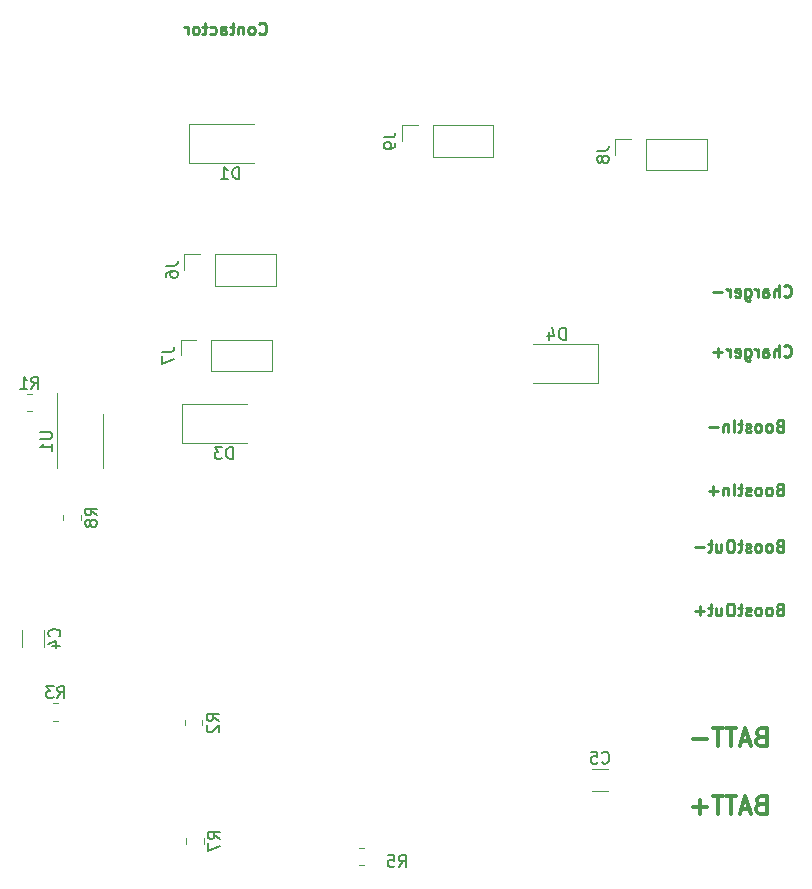
<source format=gbr>
G04 #@! TF.GenerationSoftware,KiCad,Pcbnew,7.0.9*
G04 #@! TF.CreationDate,2024-04-02T14:08:39+05:30*
G04 #@! TF.ProjectId,Chg_Dschg Controller,4368675f-4473-4636-9867-20436f6e7472,rev?*
G04 #@! TF.SameCoordinates,Original*
G04 #@! TF.FileFunction,Legend,Bot*
G04 #@! TF.FilePolarity,Positive*
%FSLAX45Y45*%
G04 Gerber Fmt 4.5, Leading zero omitted, Abs format (unit mm)*
G04 Created by KiCad (PCBNEW 7.0.9) date 2024-04-02 14:08:39*
%MOMM*%
%LPD*%
G01*
G04 APERTURE LIST*
%ADD10C,0.250000*%
%ADD11C,0.300000*%
%ADD12C,0.150000*%
%ADD13C,0.120000*%
G04 APERTURE END LIST*
D10*
X11078600Y-4929938D02*
X11083362Y-4934700D01*
X11083362Y-4934700D02*
X11097648Y-4939462D01*
X11097648Y-4939462D02*
X11107172Y-4939462D01*
X11107172Y-4939462D02*
X11121457Y-4934700D01*
X11121457Y-4934700D02*
X11130981Y-4925176D01*
X11130981Y-4925176D02*
X11135743Y-4915652D01*
X11135743Y-4915652D02*
X11140505Y-4896605D01*
X11140505Y-4896605D02*
X11140505Y-4882319D01*
X11140505Y-4882319D02*
X11135743Y-4863271D01*
X11135743Y-4863271D02*
X11130981Y-4853748D01*
X11130981Y-4853748D02*
X11121457Y-4844224D01*
X11121457Y-4844224D02*
X11107172Y-4839462D01*
X11107172Y-4839462D02*
X11097648Y-4839462D01*
X11097648Y-4839462D02*
X11083362Y-4844224D01*
X11083362Y-4844224D02*
X11078600Y-4848986D01*
X11035743Y-4939462D02*
X11035743Y-4839462D01*
X10992886Y-4939462D02*
X10992886Y-4887081D01*
X10992886Y-4887081D02*
X10997648Y-4877557D01*
X10997648Y-4877557D02*
X11007172Y-4872795D01*
X11007172Y-4872795D02*
X11021457Y-4872795D01*
X11021457Y-4872795D02*
X11030981Y-4877557D01*
X11030981Y-4877557D02*
X11035743Y-4882319D01*
X10902410Y-4939462D02*
X10902410Y-4887081D01*
X10902410Y-4887081D02*
X10907172Y-4877557D01*
X10907172Y-4877557D02*
X10916696Y-4872795D01*
X10916696Y-4872795D02*
X10935743Y-4872795D01*
X10935743Y-4872795D02*
X10945267Y-4877557D01*
X10902410Y-4934700D02*
X10911934Y-4939462D01*
X10911934Y-4939462D02*
X10935743Y-4939462D01*
X10935743Y-4939462D02*
X10945267Y-4934700D01*
X10945267Y-4934700D02*
X10950029Y-4925176D01*
X10950029Y-4925176D02*
X10950029Y-4915652D01*
X10950029Y-4915652D02*
X10945267Y-4906129D01*
X10945267Y-4906129D02*
X10935743Y-4901367D01*
X10935743Y-4901367D02*
X10911934Y-4901367D01*
X10911934Y-4901367D02*
X10902410Y-4896605D01*
X10854791Y-4939462D02*
X10854791Y-4872795D01*
X10854791Y-4891843D02*
X10850029Y-4882319D01*
X10850029Y-4882319D02*
X10845267Y-4877557D01*
X10845267Y-4877557D02*
X10835743Y-4872795D01*
X10835743Y-4872795D02*
X10826219Y-4872795D01*
X10750029Y-4872795D02*
X10750029Y-4953748D01*
X10750029Y-4953748D02*
X10754791Y-4963271D01*
X10754791Y-4963271D02*
X10759553Y-4968033D01*
X10759553Y-4968033D02*
X10769076Y-4972795D01*
X10769076Y-4972795D02*
X10783362Y-4972795D01*
X10783362Y-4972795D02*
X10792886Y-4968033D01*
X10750029Y-4934700D02*
X10759553Y-4939462D01*
X10759553Y-4939462D02*
X10778600Y-4939462D01*
X10778600Y-4939462D02*
X10788124Y-4934700D01*
X10788124Y-4934700D02*
X10792886Y-4929938D01*
X10792886Y-4929938D02*
X10797648Y-4920414D01*
X10797648Y-4920414D02*
X10797648Y-4891843D01*
X10797648Y-4891843D02*
X10792886Y-4882319D01*
X10792886Y-4882319D02*
X10788124Y-4877557D01*
X10788124Y-4877557D02*
X10778600Y-4872795D01*
X10778600Y-4872795D02*
X10759553Y-4872795D01*
X10759553Y-4872795D02*
X10750029Y-4877557D01*
X10664315Y-4934700D02*
X10673838Y-4939462D01*
X10673838Y-4939462D02*
X10692886Y-4939462D01*
X10692886Y-4939462D02*
X10702410Y-4934700D01*
X10702410Y-4934700D02*
X10707172Y-4925176D01*
X10707172Y-4925176D02*
X10707172Y-4887081D01*
X10707172Y-4887081D02*
X10702410Y-4877557D01*
X10702410Y-4877557D02*
X10692886Y-4872795D01*
X10692886Y-4872795D02*
X10673838Y-4872795D01*
X10673838Y-4872795D02*
X10664315Y-4877557D01*
X10664315Y-4877557D02*
X10659553Y-4887081D01*
X10659553Y-4887081D02*
X10659553Y-4896605D01*
X10659553Y-4896605D02*
X10707172Y-4906129D01*
X10616695Y-4939462D02*
X10616695Y-4872795D01*
X10616695Y-4891843D02*
X10611934Y-4882319D01*
X10611934Y-4882319D02*
X10607172Y-4877557D01*
X10607172Y-4877557D02*
X10597648Y-4872795D01*
X10597648Y-4872795D02*
X10588124Y-4872795D01*
X10554791Y-4901367D02*
X10478600Y-4901367D01*
X11078600Y-5437938D02*
X11083362Y-5442700D01*
X11083362Y-5442700D02*
X11097648Y-5447462D01*
X11097648Y-5447462D02*
X11107172Y-5447462D01*
X11107172Y-5447462D02*
X11121457Y-5442700D01*
X11121457Y-5442700D02*
X11130981Y-5433176D01*
X11130981Y-5433176D02*
X11135743Y-5423652D01*
X11135743Y-5423652D02*
X11140505Y-5404605D01*
X11140505Y-5404605D02*
X11140505Y-5390319D01*
X11140505Y-5390319D02*
X11135743Y-5371271D01*
X11135743Y-5371271D02*
X11130981Y-5361748D01*
X11130981Y-5361748D02*
X11121457Y-5352224D01*
X11121457Y-5352224D02*
X11107172Y-5347462D01*
X11107172Y-5347462D02*
X11097648Y-5347462D01*
X11097648Y-5347462D02*
X11083362Y-5352224D01*
X11083362Y-5352224D02*
X11078600Y-5356986D01*
X11035743Y-5447462D02*
X11035743Y-5347462D01*
X10992886Y-5447462D02*
X10992886Y-5395081D01*
X10992886Y-5395081D02*
X10997648Y-5385557D01*
X10997648Y-5385557D02*
X11007172Y-5380795D01*
X11007172Y-5380795D02*
X11021457Y-5380795D01*
X11021457Y-5380795D02*
X11030981Y-5385557D01*
X11030981Y-5385557D02*
X11035743Y-5390319D01*
X10902410Y-5447462D02*
X10902410Y-5395081D01*
X10902410Y-5395081D02*
X10907172Y-5385557D01*
X10907172Y-5385557D02*
X10916696Y-5380795D01*
X10916696Y-5380795D02*
X10935743Y-5380795D01*
X10935743Y-5380795D02*
X10945267Y-5385557D01*
X10902410Y-5442700D02*
X10911934Y-5447462D01*
X10911934Y-5447462D02*
X10935743Y-5447462D01*
X10935743Y-5447462D02*
X10945267Y-5442700D01*
X10945267Y-5442700D02*
X10950029Y-5433176D01*
X10950029Y-5433176D02*
X10950029Y-5423652D01*
X10950029Y-5423652D02*
X10945267Y-5414129D01*
X10945267Y-5414129D02*
X10935743Y-5409367D01*
X10935743Y-5409367D02*
X10911934Y-5409367D01*
X10911934Y-5409367D02*
X10902410Y-5404605D01*
X10854791Y-5447462D02*
X10854791Y-5380795D01*
X10854791Y-5399843D02*
X10850029Y-5390319D01*
X10850029Y-5390319D02*
X10845267Y-5385557D01*
X10845267Y-5385557D02*
X10835743Y-5380795D01*
X10835743Y-5380795D02*
X10826219Y-5380795D01*
X10750029Y-5380795D02*
X10750029Y-5461748D01*
X10750029Y-5461748D02*
X10754791Y-5471271D01*
X10754791Y-5471271D02*
X10759553Y-5476033D01*
X10759553Y-5476033D02*
X10769076Y-5480795D01*
X10769076Y-5480795D02*
X10783362Y-5480795D01*
X10783362Y-5480795D02*
X10792886Y-5476033D01*
X10750029Y-5442700D02*
X10759553Y-5447462D01*
X10759553Y-5447462D02*
X10778600Y-5447462D01*
X10778600Y-5447462D02*
X10788124Y-5442700D01*
X10788124Y-5442700D02*
X10792886Y-5437938D01*
X10792886Y-5437938D02*
X10797648Y-5428414D01*
X10797648Y-5428414D02*
X10797648Y-5399843D01*
X10797648Y-5399843D02*
X10792886Y-5390319D01*
X10792886Y-5390319D02*
X10788124Y-5385557D01*
X10788124Y-5385557D02*
X10778600Y-5380795D01*
X10778600Y-5380795D02*
X10759553Y-5380795D01*
X10759553Y-5380795D02*
X10750029Y-5385557D01*
X10664315Y-5442700D02*
X10673838Y-5447462D01*
X10673838Y-5447462D02*
X10692886Y-5447462D01*
X10692886Y-5447462D02*
X10702410Y-5442700D01*
X10702410Y-5442700D02*
X10707172Y-5433176D01*
X10707172Y-5433176D02*
X10707172Y-5395081D01*
X10707172Y-5395081D02*
X10702410Y-5385557D01*
X10702410Y-5385557D02*
X10692886Y-5380795D01*
X10692886Y-5380795D02*
X10673838Y-5380795D01*
X10673838Y-5380795D02*
X10664315Y-5385557D01*
X10664315Y-5385557D02*
X10659553Y-5395081D01*
X10659553Y-5395081D02*
X10659553Y-5404605D01*
X10659553Y-5404605D02*
X10707172Y-5414129D01*
X10616695Y-5447462D02*
X10616695Y-5380795D01*
X10616695Y-5399843D02*
X10611934Y-5390319D01*
X10611934Y-5390319D02*
X10607172Y-5385557D01*
X10607172Y-5385557D02*
X10597648Y-5380795D01*
X10597648Y-5380795D02*
X10588124Y-5380795D01*
X10554791Y-5409367D02*
X10478600Y-5409367D01*
X10516695Y-5447462D02*
X10516695Y-5371271D01*
X6633600Y-2707438D02*
X6638362Y-2712200D01*
X6638362Y-2712200D02*
X6652648Y-2716962D01*
X6652648Y-2716962D02*
X6662172Y-2716962D01*
X6662172Y-2716962D02*
X6676457Y-2712200D01*
X6676457Y-2712200D02*
X6685981Y-2702676D01*
X6685981Y-2702676D02*
X6690743Y-2693152D01*
X6690743Y-2693152D02*
X6695505Y-2674105D01*
X6695505Y-2674105D02*
X6695505Y-2659819D01*
X6695505Y-2659819D02*
X6690743Y-2640771D01*
X6690743Y-2640771D02*
X6685981Y-2631248D01*
X6685981Y-2631248D02*
X6676457Y-2621724D01*
X6676457Y-2621724D02*
X6662172Y-2616962D01*
X6662172Y-2616962D02*
X6652648Y-2616962D01*
X6652648Y-2616962D02*
X6638362Y-2621724D01*
X6638362Y-2621724D02*
X6633600Y-2626486D01*
X6576457Y-2716962D02*
X6585981Y-2712200D01*
X6585981Y-2712200D02*
X6590743Y-2707438D01*
X6590743Y-2707438D02*
X6595505Y-2697914D01*
X6595505Y-2697914D02*
X6595505Y-2669343D01*
X6595505Y-2669343D02*
X6590743Y-2659819D01*
X6590743Y-2659819D02*
X6585981Y-2655057D01*
X6585981Y-2655057D02*
X6576457Y-2650295D01*
X6576457Y-2650295D02*
X6562172Y-2650295D01*
X6562172Y-2650295D02*
X6552648Y-2655057D01*
X6552648Y-2655057D02*
X6547886Y-2659819D01*
X6547886Y-2659819D02*
X6543124Y-2669343D01*
X6543124Y-2669343D02*
X6543124Y-2697914D01*
X6543124Y-2697914D02*
X6547886Y-2707438D01*
X6547886Y-2707438D02*
X6552648Y-2712200D01*
X6552648Y-2712200D02*
X6562172Y-2716962D01*
X6562172Y-2716962D02*
X6576457Y-2716962D01*
X6500267Y-2650295D02*
X6500267Y-2716962D01*
X6500267Y-2659819D02*
X6495505Y-2655057D01*
X6495505Y-2655057D02*
X6485981Y-2650295D01*
X6485981Y-2650295D02*
X6471695Y-2650295D01*
X6471695Y-2650295D02*
X6462172Y-2655057D01*
X6462172Y-2655057D02*
X6457410Y-2664581D01*
X6457410Y-2664581D02*
X6457410Y-2716962D01*
X6424076Y-2650295D02*
X6385981Y-2650295D01*
X6409791Y-2616962D02*
X6409791Y-2702676D01*
X6409791Y-2702676D02*
X6405029Y-2712200D01*
X6405029Y-2712200D02*
X6395505Y-2716962D01*
X6395505Y-2716962D02*
X6385981Y-2716962D01*
X6309791Y-2716962D02*
X6309791Y-2664581D01*
X6309791Y-2664581D02*
X6314553Y-2655057D01*
X6314553Y-2655057D02*
X6324076Y-2650295D01*
X6324076Y-2650295D02*
X6343124Y-2650295D01*
X6343124Y-2650295D02*
X6352648Y-2655057D01*
X6309791Y-2712200D02*
X6319314Y-2716962D01*
X6319314Y-2716962D02*
X6343124Y-2716962D01*
X6343124Y-2716962D02*
X6352648Y-2712200D01*
X6352648Y-2712200D02*
X6357410Y-2702676D01*
X6357410Y-2702676D02*
X6357410Y-2693152D01*
X6357410Y-2693152D02*
X6352648Y-2683629D01*
X6352648Y-2683629D02*
X6343124Y-2678867D01*
X6343124Y-2678867D02*
X6319314Y-2678867D01*
X6319314Y-2678867D02*
X6309791Y-2674105D01*
X6219314Y-2712200D02*
X6228838Y-2716962D01*
X6228838Y-2716962D02*
X6247886Y-2716962D01*
X6247886Y-2716962D02*
X6257410Y-2712200D01*
X6257410Y-2712200D02*
X6262172Y-2707438D01*
X6262172Y-2707438D02*
X6266933Y-2697914D01*
X6266933Y-2697914D02*
X6266933Y-2669343D01*
X6266933Y-2669343D02*
X6262172Y-2659819D01*
X6262172Y-2659819D02*
X6257410Y-2655057D01*
X6257410Y-2655057D02*
X6247886Y-2650295D01*
X6247886Y-2650295D02*
X6228838Y-2650295D01*
X6228838Y-2650295D02*
X6219314Y-2655057D01*
X6190743Y-2650295D02*
X6152648Y-2650295D01*
X6176457Y-2616962D02*
X6176457Y-2702676D01*
X6176457Y-2702676D02*
X6171695Y-2712200D01*
X6171695Y-2712200D02*
X6162172Y-2716962D01*
X6162172Y-2716962D02*
X6152648Y-2716962D01*
X6105029Y-2716962D02*
X6114552Y-2712200D01*
X6114552Y-2712200D02*
X6119314Y-2707438D01*
X6119314Y-2707438D02*
X6124076Y-2697914D01*
X6124076Y-2697914D02*
X6124076Y-2669343D01*
X6124076Y-2669343D02*
X6119314Y-2659819D01*
X6119314Y-2659819D02*
X6114552Y-2655057D01*
X6114552Y-2655057D02*
X6105029Y-2650295D01*
X6105029Y-2650295D02*
X6090743Y-2650295D01*
X6090743Y-2650295D02*
X6081219Y-2655057D01*
X6081219Y-2655057D02*
X6076457Y-2659819D01*
X6076457Y-2659819D02*
X6071695Y-2669343D01*
X6071695Y-2669343D02*
X6071695Y-2697914D01*
X6071695Y-2697914D02*
X6076457Y-2707438D01*
X6076457Y-2707438D02*
X6081219Y-2712200D01*
X6081219Y-2712200D02*
X6090743Y-2716962D01*
X6090743Y-2716962D02*
X6105029Y-2716962D01*
X6028838Y-2716962D02*
X6028838Y-2650295D01*
X6028838Y-2669343D02*
X6024076Y-2659819D01*
X6024076Y-2659819D02*
X6019314Y-2655057D01*
X6019314Y-2655057D02*
X6009791Y-2650295D01*
X6009791Y-2650295D02*
X6000267Y-2650295D01*
D11*
X10880049Y-8664511D02*
X10858620Y-8671654D01*
X10858620Y-8671654D02*
X10851477Y-8678797D01*
X10851477Y-8678797D02*
X10844335Y-8693083D01*
X10844335Y-8693083D02*
X10844335Y-8714511D01*
X10844335Y-8714511D02*
X10851477Y-8728797D01*
X10851477Y-8728797D02*
X10858620Y-8735940D01*
X10858620Y-8735940D02*
X10872906Y-8743083D01*
X10872906Y-8743083D02*
X10930049Y-8743083D01*
X10930049Y-8743083D02*
X10930049Y-8593083D01*
X10930049Y-8593083D02*
X10880049Y-8593083D01*
X10880049Y-8593083D02*
X10865763Y-8600226D01*
X10865763Y-8600226D02*
X10858620Y-8607369D01*
X10858620Y-8607369D02*
X10851477Y-8621654D01*
X10851477Y-8621654D02*
X10851477Y-8635940D01*
X10851477Y-8635940D02*
X10858620Y-8650226D01*
X10858620Y-8650226D02*
X10865763Y-8657369D01*
X10865763Y-8657369D02*
X10880049Y-8664511D01*
X10880049Y-8664511D02*
X10930049Y-8664511D01*
X10787192Y-8700226D02*
X10715763Y-8700226D01*
X10801477Y-8743083D02*
X10751477Y-8593083D01*
X10751477Y-8593083D02*
X10701477Y-8743083D01*
X10672906Y-8593083D02*
X10587192Y-8593083D01*
X10630049Y-8743083D02*
X10630049Y-8593083D01*
X10558620Y-8593083D02*
X10472906Y-8593083D01*
X10515763Y-8743083D02*
X10515763Y-8593083D01*
X10422906Y-8685940D02*
X10308620Y-8685940D01*
X10880049Y-9236011D02*
X10858620Y-9243154D01*
X10858620Y-9243154D02*
X10851477Y-9250297D01*
X10851477Y-9250297D02*
X10844335Y-9264583D01*
X10844335Y-9264583D02*
X10844335Y-9286011D01*
X10844335Y-9286011D02*
X10851477Y-9300297D01*
X10851477Y-9300297D02*
X10858620Y-9307440D01*
X10858620Y-9307440D02*
X10872906Y-9314583D01*
X10872906Y-9314583D02*
X10930049Y-9314583D01*
X10930049Y-9314583D02*
X10930049Y-9164583D01*
X10930049Y-9164583D02*
X10880049Y-9164583D01*
X10880049Y-9164583D02*
X10865763Y-9171726D01*
X10865763Y-9171726D02*
X10858620Y-9178869D01*
X10858620Y-9178869D02*
X10851477Y-9193154D01*
X10851477Y-9193154D02*
X10851477Y-9207440D01*
X10851477Y-9207440D02*
X10858620Y-9221726D01*
X10858620Y-9221726D02*
X10865763Y-9228869D01*
X10865763Y-9228869D02*
X10880049Y-9236011D01*
X10880049Y-9236011D02*
X10930049Y-9236011D01*
X10787192Y-9271726D02*
X10715763Y-9271726D01*
X10801477Y-9314583D02*
X10751477Y-9164583D01*
X10751477Y-9164583D02*
X10701477Y-9314583D01*
X10672906Y-9164583D02*
X10587192Y-9164583D01*
X10630049Y-9314583D02*
X10630049Y-9164583D01*
X10558620Y-9164583D02*
X10472906Y-9164583D01*
X10515763Y-9314583D02*
X10515763Y-9164583D01*
X10422906Y-9257440D02*
X10308620Y-9257440D01*
X10365763Y-9314583D02*
X10365763Y-9200297D01*
D10*
X11038910Y-6567581D02*
X11024624Y-6572343D01*
X11024624Y-6572343D02*
X11019862Y-6577105D01*
X11019862Y-6577105D02*
X11015100Y-6586628D01*
X11015100Y-6586628D02*
X11015100Y-6600914D01*
X11015100Y-6600914D02*
X11019862Y-6610438D01*
X11019862Y-6610438D02*
X11024624Y-6615200D01*
X11024624Y-6615200D02*
X11034148Y-6619962D01*
X11034148Y-6619962D02*
X11072243Y-6619962D01*
X11072243Y-6619962D02*
X11072243Y-6519962D01*
X11072243Y-6519962D02*
X11038910Y-6519962D01*
X11038910Y-6519962D02*
X11029386Y-6524724D01*
X11029386Y-6524724D02*
X11024624Y-6529486D01*
X11024624Y-6529486D02*
X11019862Y-6539009D01*
X11019862Y-6539009D02*
X11019862Y-6548533D01*
X11019862Y-6548533D02*
X11024624Y-6558057D01*
X11024624Y-6558057D02*
X11029386Y-6562819D01*
X11029386Y-6562819D02*
X11038910Y-6567581D01*
X11038910Y-6567581D02*
X11072243Y-6567581D01*
X10957957Y-6619962D02*
X10967481Y-6615200D01*
X10967481Y-6615200D02*
X10972243Y-6610438D01*
X10972243Y-6610438D02*
X10977005Y-6600914D01*
X10977005Y-6600914D02*
X10977005Y-6572343D01*
X10977005Y-6572343D02*
X10972243Y-6562819D01*
X10972243Y-6562819D02*
X10967481Y-6558057D01*
X10967481Y-6558057D02*
X10957957Y-6553295D01*
X10957957Y-6553295D02*
X10943672Y-6553295D01*
X10943672Y-6553295D02*
X10934148Y-6558057D01*
X10934148Y-6558057D02*
X10929386Y-6562819D01*
X10929386Y-6562819D02*
X10924624Y-6572343D01*
X10924624Y-6572343D02*
X10924624Y-6600914D01*
X10924624Y-6600914D02*
X10929386Y-6610438D01*
X10929386Y-6610438D02*
X10934148Y-6615200D01*
X10934148Y-6615200D02*
X10943672Y-6619962D01*
X10943672Y-6619962D02*
X10957957Y-6619962D01*
X10867481Y-6619962D02*
X10877005Y-6615200D01*
X10877005Y-6615200D02*
X10881767Y-6610438D01*
X10881767Y-6610438D02*
X10886529Y-6600914D01*
X10886529Y-6600914D02*
X10886529Y-6572343D01*
X10886529Y-6572343D02*
X10881767Y-6562819D01*
X10881767Y-6562819D02*
X10877005Y-6558057D01*
X10877005Y-6558057D02*
X10867481Y-6553295D01*
X10867481Y-6553295D02*
X10853196Y-6553295D01*
X10853196Y-6553295D02*
X10843672Y-6558057D01*
X10843672Y-6558057D02*
X10838910Y-6562819D01*
X10838910Y-6562819D02*
X10834148Y-6572343D01*
X10834148Y-6572343D02*
X10834148Y-6600914D01*
X10834148Y-6600914D02*
X10838910Y-6610438D01*
X10838910Y-6610438D02*
X10843672Y-6615200D01*
X10843672Y-6615200D02*
X10853196Y-6619962D01*
X10853196Y-6619962D02*
X10867481Y-6619962D01*
X10796053Y-6615200D02*
X10786529Y-6619962D01*
X10786529Y-6619962D02*
X10767481Y-6619962D01*
X10767481Y-6619962D02*
X10757957Y-6615200D01*
X10757957Y-6615200D02*
X10753196Y-6605676D01*
X10753196Y-6605676D02*
X10753196Y-6600914D01*
X10753196Y-6600914D02*
X10757957Y-6591390D01*
X10757957Y-6591390D02*
X10767481Y-6586628D01*
X10767481Y-6586628D02*
X10781767Y-6586628D01*
X10781767Y-6586628D02*
X10791291Y-6581867D01*
X10791291Y-6581867D02*
X10796053Y-6572343D01*
X10796053Y-6572343D02*
X10796053Y-6567581D01*
X10796053Y-6567581D02*
X10791291Y-6558057D01*
X10791291Y-6558057D02*
X10781767Y-6553295D01*
X10781767Y-6553295D02*
X10767481Y-6553295D01*
X10767481Y-6553295D02*
X10757957Y-6558057D01*
X10724624Y-6553295D02*
X10686529Y-6553295D01*
X10710338Y-6519962D02*
X10710338Y-6605676D01*
X10710338Y-6605676D02*
X10705576Y-6615200D01*
X10705576Y-6615200D02*
X10696053Y-6619962D01*
X10696053Y-6619962D02*
X10686529Y-6619962D01*
X10653195Y-6619962D02*
X10653195Y-6519962D01*
X10605576Y-6553295D02*
X10605576Y-6619962D01*
X10605576Y-6562819D02*
X10600815Y-6558057D01*
X10600815Y-6558057D02*
X10591291Y-6553295D01*
X10591291Y-6553295D02*
X10577005Y-6553295D01*
X10577005Y-6553295D02*
X10567481Y-6558057D01*
X10567481Y-6558057D02*
X10562719Y-6567581D01*
X10562719Y-6567581D02*
X10562719Y-6619962D01*
X10515100Y-6581867D02*
X10438910Y-6581867D01*
X10477005Y-6619962D02*
X10477005Y-6543771D01*
X11038910Y-7046081D02*
X11024624Y-7050843D01*
X11024624Y-7050843D02*
X11019862Y-7055605D01*
X11019862Y-7055605D02*
X11015100Y-7065128D01*
X11015100Y-7065128D02*
X11015100Y-7079414D01*
X11015100Y-7079414D02*
X11019862Y-7088938D01*
X11019862Y-7088938D02*
X11024624Y-7093700D01*
X11024624Y-7093700D02*
X11034148Y-7098462D01*
X11034148Y-7098462D02*
X11072243Y-7098462D01*
X11072243Y-7098462D02*
X11072243Y-6998462D01*
X11072243Y-6998462D02*
X11038910Y-6998462D01*
X11038910Y-6998462D02*
X11029386Y-7003224D01*
X11029386Y-7003224D02*
X11024624Y-7007986D01*
X11024624Y-7007986D02*
X11019862Y-7017509D01*
X11019862Y-7017509D02*
X11019862Y-7027033D01*
X11019862Y-7027033D02*
X11024624Y-7036557D01*
X11024624Y-7036557D02*
X11029386Y-7041319D01*
X11029386Y-7041319D02*
X11038910Y-7046081D01*
X11038910Y-7046081D02*
X11072243Y-7046081D01*
X10957957Y-7098462D02*
X10967481Y-7093700D01*
X10967481Y-7093700D02*
X10972243Y-7088938D01*
X10972243Y-7088938D02*
X10977005Y-7079414D01*
X10977005Y-7079414D02*
X10977005Y-7050843D01*
X10977005Y-7050843D02*
X10972243Y-7041319D01*
X10972243Y-7041319D02*
X10967481Y-7036557D01*
X10967481Y-7036557D02*
X10957957Y-7031795D01*
X10957957Y-7031795D02*
X10943672Y-7031795D01*
X10943672Y-7031795D02*
X10934148Y-7036557D01*
X10934148Y-7036557D02*
X10929386Y-7041319D01*
X10929386Y-7041319D02*
X10924624Y-7050843D01*
X10924624Y-7050843D02*
X10924624Y-7079414D01*
X10924624Y-7079414D02*
X10929386Y-7088938D01*
X10929386Y-7088938D02*
X10934148Y-7093700D01*
X10934148Y-7093700D02*
X10943672Y-7098462D01*
X10943672Y-7098462D02*
X10957957Y-7098462D01*
X10867481Y-7098462D02*
X10877005Y-7093700D01*
X10877005Y-7093700D02*
X10881767Y-7088938D01*
X10881767Y-7088938D02*
X10886529Y-7079414D01*
X10886529Y-7079414D02*
X10886529Y-7050843D01*
X10886529Y-7050843D02*
X10881767Y-7041319D01*
X10881767Y-7041319D02*
X10877005Y-7036557D01*
X10877005Y-7036557D02*
X10867481Y-7031795D01*
X10867481Y-7031795D02*
X10853196Y-7031795D01*
X10853196Y-7031795D02*
X10843672Y-7036557D01*
X10843672Y-7036557D02*
X10838910Y-7041319D01*
X10838910Y-7041319D02*
X10834148Y-7050843D01*
X10834148Y-7050843D02*
X10834148Y-7079414D01*
X10834148Y-7079414D02*
X10838910Y-7088938D01*
X10838910Y-7088938D02*
X10843672Y-7093700D01*
X10843672Y-7093700D02*
X10853196Y-7098462D01*
X10853196Y-7098462D02*
X10867481Y-7098462D01*
X10796053Y-7093700D02*
X10786529Y-7098462D01*
X10786529Y-7098462D02*
X10767481Y-7098462D01*
X10767481Y-7098462D02*
X10757957Y-7093700D01*
X10757957Y-7093700D02*
X10753196Y-7084176D01*
X10753196Y-7084176D02*
X10753196Y-7079414D01*
X10753196Y-7079414D02*
X10757957Y-7069890D01*
X10757957Y-7069890D02*
X10767481Y-7065128D01*
X10767481Y-7065128D02*
X10781767Y-7065128D01*
X10781767Y-7065128D02*
X10791291Y-7060367D01*
X10791291Y-7060367D02*
X10796053Y-7050843D01*
X10796053Y-7050843D02*
X10796053Y-7046081D01*
X10796053Y-7046081D02*
X10791291Y-7036557D01*
X10791291Y-7036557D02*
X10781767Y-7031795D01*
X10781767Y-7031795D02*
X10767481Y-7031795D01*
X10767481Y-7031795D02*
X10757957Y-7036557D01*
X10724624Y-7031795D02*
X10686529Y-7031795D01*
X10710338Y-6998462D02*
X10710338Y-7084176D01*
X10710338Y-7084176D02*
X10705576Y-7093700D01*
X10705576Y-7093700D02*
X10696053Y-7098462D01*
X10696053Y-7098462D02*
X10686529Y-7098462D01*
X10634148Y-6998462D02*
X10615100Y-6998462D01*
X10615100Y-6998462D02*
X10605576Y-7003224D01*
X10605576Y-7003224D02*
X10596053Y-7012748D01*
X10596053Y-7012748D02*
X10591291Y-7031795D01*
X10591291Y-7031795D02*
X10591291Y-7065128D01*
X10591291Y-7065128D02*
X10596053Y-7084176D01*
X10596053Y-7084176D02*
X10605576Y-7093700D01*
X10605576Y-7093700D02*
X10615100Y-7098462D01*
X10615100Y-7098462D02*
X10634148Y-7098462D01*
X10634148Y-7098462D02*
X10643672Y-7093700D01*
X10643672Y-7093700D02*
X10653195Y-7084176D01*
X10653195Y-7084176D02*
X10657957Y-7065128D01*
X10657957Y-7065128D02*
X10657957Y-7031795D01*
X10657957Y-7031795D02*
X10653195Y-7012748D01*
X10653195Y-7012748D02*
X10643672Y-7003224D01*
X10643672Y-7003224D02*
X10634148Y-6998462D01*
X10505576Y-7031795D02*
X10505576Y-7098462D01*
X10548434Y-7031795D02*
X10548434Y-7084176D01*
X10548434Y-7084176D02*
X10543672Y-7093700D01*
X10543672Y-7093700D02*
X10534148Y-7098462D01*
X10534148Y-7098462D02*
X10519862Y-7098462D01*
X10519862Y-7098462D02*
X10510338Y-7093700D01*
X10510338Y-7093700D02*
X10505576Y-7088938D01*
X10472243Y-7031795D02*
X10434148Y-7031795D01*
X10457957Y-6998462D02*
X10457957Y-7084176D01*
X10457957Y-7084176D02*
X10453195Y-7093700D01*
X10453195Y-7093700D02*
X10443672Y-7098462D01*
X10443672Y-7098462D02*
X10434148Y-7098462D01*
X10400814Y-7060367D02*
X10324624Y-7060367D01*
X11038910Y-6030081D02*
X11024624Y-6034843D01*
X11024624Y-6034843D02*
X11019862Y-6039605D01*
X11019862Y-6039605D02*
X11015100Y-6049128D01*
X11015100Y-6049128D02*
X11015100Y-6063414D01*
X11015100Y-6063414D02*
X11019862Y-6072938D01*
X11019862Y-6072938D02*
X11024624Y-6077700D01*
X11024624Y-6077700D02*
X11034148Y-6082462D01*
X11034148Y-6082462D02*
X11072243Y-6082462D01*
X11072243Y-6082462D02*
X11072243Y-5982462D01*
X11072243Y-5982462D02*
X11038910Y-5982462D01*
X11038910Y-5982462D02*
X11029386Y-5987224D01*
X11029386Y-5987224D02*
X11024624Y-5991986D01*
X11024624Y-5991986D02*
X11019862Y-6001509D01*
X11019862Y-6001509D02*
X11019862Y-6011033D01*
X11019862Y-6011033D02*
X11024624Y-6020557D01*
X11024624Y-6020557D02*
X11029386Y-6025319D01*
X11029386Y-6025319D02*
X11038910Y-6030081D01*
X11038910Y-6030081D02*
X11072243Y-6030081D01*
X10957957Y-6082462D02*
X10967481Y-6077700D01*
X10967481Y-6077700D02*
X10972243Y-6072938D01*
X10972243Y-6072938D02*
X10977005Y-6063414D01*
X10977005Y-6063414D02*
X10977005Y-6034843D01*
X10977005Y-6034843D02*
X10972243Y-6025319D01*
X10972243Y-6025319D02*
X10967481Y-6020557D01*
X10967481Y-6020557D02*
X10957957Y-6015795D01*
X10957957Y-6015795D02*
X10943672Y-6015795D01*
X10943672Y-6015795D02*
X10934148Y-6020557D01*
X10934148Y-6020557D02*
X10929386Y-6025319D01*
X10929386Y-6025319D02*
X10924624Y-6034843D01*
X10924624Y-6034843D02*
X10924624Y-6063414D01*
X10924624Y-6063414D02*
X10929386Y-6072938D01*
X10929386Y-6072938D02*
X10934148Y-6077700D01*
X10934148Y-6077700D02*
X10943672Y-6082462D01*
X10943672Y-6082462D02*
X10957957Y-6082462D01*
X10867481Y-6082462D02*
X10877005Y-6077700D01*
X10877005Y-6077700D02*
X10881767Y-6072938D01*
X10881767Y-6072938D02*
X10886529Y-6063414D01*
X10886529Y-6063414D02*
X10886529Y-6034843D01*
X10886529Y-6034843D02*
X10881767Y-6025319D01*
X10881767Y-6025319D02*
X10877005Y-6020557D01*
X10877005Y-6020557D02*
X10867481Y-6015795D01*
X10867481Y-6015795D02*
X10853196Y-6015795D01*
X10853196Y-6015795D02*
X10843672Y-6020557D01*
X10843672Y-6020557D02*
X10838910Y-6025319D01*
X10838910Y-6025319D02*
X10834148Y-6034843D01*
X10834148Y-6034843D02*
X10834148Y-6063414D01*
X10834148Y-6063414D02*
X10838910Y-6072938D01*
X10838910Y-6072938D02*
X10843672Y-6077700D01*
X10843672Y-6077700D02*
X10853196Y-6082462D01*
X10853196Y-6082462D02*
X10867481Y-6082462D01*
X10796053Y-6077700D02*
X10786529Y-6082462D01*
X10786529Y-6082462D02*
X10767481Y-6082462D01*
X10767481Y-6082462D02*
X10757957Y-6077700D01*
X10757957Y-6077700D02*
X10753196Y-6068176D01*
X10753196Y-6068176D02*
X10753196Y-6063414D01*
X10753196Y-6063414D02*
X10757957Y-6053890D01*
X10757957Y-6053890D02*
X10767481Y-6049128D01*
X10767481Y-6049128D02*
X10781767Y-6049128D01*
X10781767Y-6049128D02*
X10791291Y-6044367D01*
X10791291Y-6044367D02*
X10796053Y-6034843D01*
X10796053Y-6034843D02*
X10796053Y-6030081D01*
X10796053Y-6030081D02*
X10791291Y-6020557D01*
X10791291Y-6020557D02*
X10781767Y-6015795D01*
X10781767Y-6015795D02*
X10767481Y-6015795D01*
X10767481Y-6015795D02*
X10757957Y-6020557D01*
X10724624Y-6015795D02*
X10686529Y-6015795D01*
X10710338Y-5982462D02*
X10710338Y-6068176D01*
X10710338Y-6068176D02*
X10705576Y-6077700D01*
X10705576Y-6077700D02*
X10696053Y-6082462D01*
X10696053Y-6082462D02*
X10686529Y-6082462D01*
X10653195Y-6082462D02*
X10653195Y-5982462D01*
X10605576Y-6015795D02*
X10605576Y-6082462D01*
X10605576Y-6025319D02*
X10600815Y-6020557D01*
X10600815Y-6020557D02*
X10591291Y-6015795D01*
X10591291Y-6015795D02*
X10577005Y-6015795D01*
X10577005Y-6015795D02*
X10567481Y-6020557D01*
X10567481Y-6020557D02*
X10562719Y-6030081D01*
X10562719Y-6030081D02*
X10562719Y-6082462D01*
X10515100Y-6044367D02*
X10438910Y-6044367D01*
X11038910Y-7583581D02*
X11024624Y-7588343D01*
X11024624Y-7588343D02*
X11019862Y-7593105D01*
X11019862Y-7593105D02*
X11015100Y-7602628D01*
X11015100Y-7602628D02*
X11015100Y-7616914D01*
X11015100Y-7616914D02*
X11019862Y-7626438D01*
X11019862Y-7626438D02*
X11024624Y-7631200D01*
X11024624Y-7631200D02*
X11034148Y-7635962D01*
X11034148Y-7635962D02*
X11072243Y-7635962D01*
X11072243Y-7635962D02*
X11072243Y-7535962D01*
X11072243Y-7535962D02*
X11038910Y-7535962D01*
X11038910Y-7535962D02*
X11029386Y-7540724D01*
X11029386Y-7540724D02*
X11024624Y-7545486D01*
X11024624Y-7545486D02*
X11019862Y-7555009D01*
X11019862Y-7555009D02*
X11019862Y-7564533D01*
X11019862Y-7564533D02*
X11024624Y-7574057D01*
X11024624Y-7574057D02*
X11029386Y-7578819D01*
X11029386Y-7578819D02*
X11038910Y-7583581D01*
X11038910Y-7583581D02*
X11072243Y-7583581D01*
X10957957Y-7635962D02*
X10967481Y-7631200D01*
X10967481Y-7631200D02*
X10972243Y-7626438D01*
X10972243Y-7626438D02*
X10977005Y-7616914D01*
X10977005Y-7616914D02*
X10977005Y-7588343D01*
X10977005Y-7588343D02*
X10972243Y-7578819D01*
X10972243Y-7578819D02*
X10967481Y-7574057D01*
X10967481Y-7574057D02*
X10957957Y-7569295D01*
X10957957Y-7569295D02*
X10943672Y-7569295D01*
X10943672Y-7569295D02*
X10934148Y-7574057D01*
X10934148Y-7574057D02*
X10929386Y-7578819D01*
X10929386Y-7578819D02*
X10924624Y-7588343D01*
X10924624Y-7588343D02*
X10924624Y-7616914D01*
X10924624Y-7616914D02*
X10929386Y-7626438D01*
X10929386Y-7626438D02*
X10934148Y-7631200D01*
X10934148Y-7631200D02*
X10943672Y-7635962D01*
X10943672Y-7635962D02*
X10957957Y-7635962D01*
X10867481Y-7635962D02*
X10877005Y-7631200D01*
X10877005Y-7631200D02*
X10881767Y-7626438D01*
X10881767Y-7626438D02*
X10886529Y-7616914D01*
X10886529Y-7616914D02*
X10886529Y-7588343D01*
X10886529Y-7588343D02*
X10881767Y-7578819D01*
X10881767Y-7578819D02*
X10877005Y-7574057D01*
X10877005Y-7574057D02*
X10867481Y-7569295D01*
X10867481Y-7569295D02*
X10853196Y-7569295D01*
X10853196Y-7569295D02*
X10843672Y-7574057D01*
X10843672Y-7574057D02*
X10838910Y-7578819D01*
X10838910Y-7578819D02*
X10834148Y-7588343D01*
X10834148Y-7588343D02*
X10834148Y-7616914D01*
X10834148Y-7616914D02*
X10838910Y-7626438D01*
X10838910Y-7626438D02*
X10843672Y-7631200D01*
X10843672Y-7631200D02*
X10853196Y-7635962D01*
X10853196Y-7635962D02*
X10867481Y-7635962D01*
X10796053Y-7631200D02*
X10786529Y-7635962D01*
X10786529Y-7635962D02*
X10767481Y-7635962D01*
X10767481Y-7635962D02*
X10757957Y-7631200D01*
X10757957Y-7631200D02*
X10753196Y-7621676D01*
X10753196Y-7621676D02*
X10753196Y-7616914D01*
X10753196Y-7616914D02*
X10757957Y-7607390D01*
X10757957Y-7607390D02*
X10767481Y-7602628D01*
X10767481Y-7602628D02*
X10781767Y-7602628D01*
X10781767Y-7602628D02*
X10791291Y-7597867D01*
X10791291Y-7597867D02*
X10796053Y-7588343D01*
X10796053Y-7588343D02*
X10796053Y-7583581D01*
X10796053Y-7583581D02*
X10791291Y-7574057D01*
X10791291Y-7574057D02*
X10781767Y-7569295D01*
X10781767Y-7569295D02*
X10767481Y-7569295D01*
X10767481Y-7569295D02*
X10757957Y-7574057D01*
X10724624Y-7569295D02*
X10686529Y-7569295D01*
X10710338Y-7535962D02*
X10710338Y-7621676D01*
X10710338Y-7621676D02*
X10705576Y-7631200D01*
X10705576Y-7631200D02*
X10696053Y-7635962D01*
X10696053Y-7635962D02*
X10686529Y-7635962D01*
X10634148Y-7535962D02*
X10615100Y-7535962D01*
X10615100Y-7535962D02*
X10605576Y-7540724D01*
X10605576Y-7540724D02*
X10596053Y-7550248D01*
X10596053Y-7550248D02*
X10591291Y-7569295D01*
X10591291Y-7569295D02*
X10591291Y-7602628D01*
X10591291Y-7602628D02*
X10596053Y-7621676D01*
X10596053Y-7621676D02*
X10605576Y-7631200D01*
X10605576Y-7631200D02*
X10615100Y-7635962D01*
X10615100Y-7635962D02*
X10634148Y-7635962D01*
X10634148Y-7635962D02*
X10643672Y-7631200D01*
X10643672Y-7631200D02*
X10653195Y-7621676D01*
X10653195Y-7621676D02*
X10657957Y-7602628D01*
X10657957Y-7602628D02*
X10657957Y-7569295D01*
X10657957Y-7569295D02*
X10653195Y-7550248D01*
X10653195Y-7550248D02*
X10643672Y-7540724D01*
X10643672Y-7540724D02*
X10634148Y-7535962D01*
X10505576Y-7569295D02*
X10505576Y-7635962D01*
X10548434Y-7569295D02*
X10548434Y-7621676D01*
X10548434Y-7621676D02*
X10543672Y-7631200D01*
X10543672Y-7631200D02*
X10534148Y-7635962D01*
X10534148Y-7635962D02*
X10519862Y-7635962D01*
X10519862Y-7635962D02*
X10510338Y-7631200D01*
X10510338Y-7631200D02*
X10505576Y-7626438D01*
X10472243Y-7569295D02*
X10434148Y-7569295D01*
X10457957Y-7535962D02*
X10457957Y-7621676D01*
X10457957Y-7621676D02*
X10453195Y-7631200D01*
X10453195Y-7631200D02*
X10443672Y-7635962D01*
X10443672Y-7635962D02*
X10434148Y-7635962D01*
X10400814Y-7597867D02*
X10324624Y-7597867D01*
X10362719Y-7635962D02*
X10362719Y-7559771D01*
D12*
X6300482Y-9528333D02*
X6252863Y-9495000D01*
X6300482Y-9471191D02*
X6200482Y-9471191D01*
X6200482Y-9471191D02*
X6200482Y-9509286D01*
X6200482Y-9509286D02*
X6205244Y-9518810D01*
X6205244Y-9518810D02*
X6210006Y-9523571D01*
X6210006Y-9523571D02*
X6219529Y-9528333D01*
X6219529Y-9528333D02*
X6233815Y-9528333D01*
X6233815Y-9528333D02*
X6243339Y-9523571D01*
X6243339Y-9523571D02*
X6248101Y-9518810D01*
X6248101Y-9518810D02*
X6252863Y-9509286D01*
X6252863Y-9509286D02*
X6252863Y-9471191D01*
X6200482Y-9561667D02*
X6200482Y-9628333D01*
X6200482Y-9628333D02*
X6300482Y-9585476D01*
X4940958Y-7813333D02*
X4945720Y-7808571D01*
X4945720Y-7808571D02*
X4950482Y-7794286D01*
X4950482Y-7794286D02*
X4950482Y-7784762D01*
X4950482Y-7784762D02*
X4945720Y-7770476D01*
X4945720Y-7770476D02*
X4936196Y-7760952D01*
X4936196Y-7760952D02*
X4926672Y-7756190D01*
X4926672Y-7756190D02*
X4907625Y-7751429D01*
X4907625Y-7751429D02*
X4893339Y-7751429D01*
X4893339Y-7751429D02*
X4874291Y-7756190D01*
X4874291Y-7756190D02*
X4864768Y-7760952D01*
X4864768Y-7760952D02*
X4855244Y-7770476D01*
X4855244Y-7770476D02*
X4850482Y-7784762D01*
X4850482Y-7784762D02*
X4850482Y-7794286D01*
X4850482Y-7794286D02*
X4855244Y-7808571D01*
X4855244Y-7808571D02*
X4860006Y-7813333D01*
X4883815Y-7899048D02*
X4950482Y-7899048D01*
X4845720Y-7875238D02*
X4917149Y-7851429D01*
X4917149Y-7851429D02*
X4917149Y-7913333D01*
X7816667Y-9765482D02*
X7850000Y-9717863D01*
X7873809Y-9765482D02*
X7873809Y-9665482D01*
X7873809Y-9665482D02*
X7835714Y-9665482D01*
X7835714Y-9665482D02*
X7826190Y-9670244D01*
X7826190Y-9670244D02*
X7821428Y-9675006D01*
X7821428Y-9675006D02*
X7816667Y-9684530D01*
X7816667Y-9684530D02*
X7816667Y-9698815D01*
X7816667Y-9698815D02*
X7821428Y-9708339D01*
X7821428Y-9708339D02*
X7826190Y-9713101D01*
X7826190Y-9713101D02*
X7835714Y-9717863D01*
X7835714Y-9717863D02*
X7873809Y-9717863D01*
X7726190Y-9665482D02*
X7773809Y-9665482D01*
X7773809Y-9665482D02*
X7778571Y-9713101D01*
X7778571Y-9713101D02*
X7773809Y-9708339D01*
X7773809Y-9708339D02*
X7764286Y-9703577D01*
X7764286Y-9703577D02*
X7740476Y-9703577D01*
X7740476Y-9703577D02*
X7730952Y-9708339D01*
X7730952Y-9708339D02*
X7726190Y-9713101D01*
X7726190Y-9713101D02*
X7721428Y-9722625D01*
X7721428Y-9722625D02*
X7721428Y-9746434D01*
X7721428Y-9746434D02*
X7726190Y-9755958D01*
X7726190Y-9755958D02*
X7730952Y-9760720D01*
X7730952Y-9760720D02*
X7740476Y-9765482D01*
X7740476Y-9765482D02*
X7764286Y-9765482D01*
X7764286Y-9765482D02*
X7773809Y-9760720D01*
X7773809Y-9760720D02*
X7778571Y-9755958D01*
X5260482Y-6788333D02*
X5212863Y-6755000D01*
X5260482Y-6731190D02*
X5160482Y-6731190D01*
X5160482Y-6731190D02*
X5160482Y-6769286D01*
X5160482Y-6769286D02*
X5165244Y-6778809D01*
X5165244Y-6778809D02*
X5170006Y-6783571D01*
X5170006Y-6783571D02*
X5179530Y-6788333D01*
X5179530Y-6788333D02*
X5193815Y-6788333D01*
X5193815Y-6788333D02*
X5203339Y-6783571D01*
X5203339Y-6783571D02*
X5208101Y-6778809D01*
X5208101Y-6778809D02*
X5212863Y-6769286D01*
X5212863Y-6769286D02*
X5212863Y-6731190D01*
X5203339Y-6845476D02*
X5198577Y-6835952D01*
X5198577Y-6835952D02*
X5193815Y-6831190D01*
X5193815Y-6831190D02*
X5184291Y-6826429D01*
X5184291Y-6826429D02*
X5179530Y-6826429D01*
X5179530Y-6826429D02*
X5170006Y-6831190D01*
X5170006Y-6831190D02*
X5165244Y-6835952D01*
X5165244Y-6835952D02*
X5160482Y-6845476D01*
X5160482Y-6845476D02*
X5160482Y-6864524D01*
X5160482Y-6864524D02*
X5165244Y-6874048D01*
X5165244Y-6874048D02*
X5170006Y-6878809D01*
X5170006Y-6878809D02*
X5179530Y-6883571D01*
X5179530Y-6883571D02*
X5184291Y-6883571D01*
X5184291Y-6883571D02*
X5193815Y-6878809D01*
X5193815Y-6878809D02*
X5198577Y-6874048D01*
X5198577Y-6874048D02*
X5203339Y-6864524D01*
X5203339Y-6864524D02*
X5203339Y-6845476D01*
X5203339Y-6845476D02*
X5208101Y-6835952D01*
X5208101Y-6835952D02*
X5212863Y-6831190D01*
X5212863Y-6831190D02*
X5222387Y-6826429D01*
X5222387Y-6826429D02*
X5241434Y-6826429D01*
X5241434Y-6826429D02*
X5250958Y-6831190D01*
X5250958Y-6831190D02*
X5255720Y-6835952D01*
X5255720Y-6835952D02*
X5260482Y-6845476D01*
X5260482Y-6845476D02*
X5260482Y-6864524D01*
X5260482Y-6864524D02*
X5255720Y-6874048D01*
X5255720Y-6874048D02*
X5250958Y-6878809D01*
X5250958Y-6878809D02*
X5241434Y-6883571D01*
X5241434Y-6883571D02*
X5222387Y-6883571D01*
X5222387Y-6883571D02*
X5212863Y-6878809D01*
X5212863Y-6878809D02*
X5208101Y-6874048D01*
X5208101Y-6874048D02*
X5203339Y-6864524D01*
X5844982Y-4676667D02*
X5916410Y-4676667D01*
X5916410Y-4676667D02*
X5930696Y-4671905D01*
X5930696Y-4671905D02*
X5940220Y-4662381D01*
X5940220Y-4662381D02*
X5944982Y-4648095D01*
X5944982Y-4648095D02*
X5944982Y-4638571D01*
X5844982Y-4767143D02*
X5844982Y-4748095D01*
X5844982Y-4748095D02*
X5849744Y-4738571D01*
X5849744Y-4738571D02*
X5854506Y-4733810D01*
X5854506Y-4733810D02*
X5868791Y-4724286D01*
X5868791Y-4724286D02*
X5887839Y-4719524D01*
X5887839Y-4719524D02*
X5925934Y-4719524D01*
X5925934Y-4719524D02*
X5935458Y-4724286D01*
X5935458Y-4724286D02*
X5940220Y-4729048D01*
X5940220Y-4729048D02*
X5944982Y-4738571D01*
X5944982Y-4738571D02*
X5944982Y-4757619D01*
X5944982Y-4757619D02*
X5940220Y-4767143D01*
X5940220Y-4767143D02*
X5935458Y-4771905D01*
X5935458Y-4771905D02*
X5925934Y-4776667D01*
X5925934Y-4776667D02*
X5902125Y-4776667D01*
X5902125Y-4776667D02*
X5892601Y-4771905D01*
X5892601Y-4771905D02*
X5887839Y-4767143D01*
X5887839Y-4767143D02*
X5883077Y-4757619D01*
X5883077Y-4757619D02*
X5883077Y-4738571D01*
X5883077Y-4738571D02*
X5887839Y-4729048D01*
X5887839Y-4729048D02*
X5892601Y-4724286D01*
X5892601Y-4724286D02*
X5902125Y-4719524D01*
X6463809Y-3938982D02*
X6463809Y-3838982D01*
X6463809Y-3838982D02*
X6440000Y-3838982D01*
X6440000Y-3838982D02*
X6425714Y-3843744D01*
X6425714Y-3843744D02*
X6416190Y-3853268D01*
X6416190Y-3853268D02*
X6411428Y-3862791D01*
X6411428Y-3862791D02*
X6406667Y-3881839D01*
X6406667Y-3881839D02*
X6406667Y-3896125D01*
X6406667Y-3896125D02*
X6411428Y-3915172D01*
X6411428Y-3915172D02*
X6416190Y-3924696D01*
X6416190Y-3924696D02*
X6425714Y-3934220D01*
X6425714Y-3934220D02*
X6440000Y-3938982D01*
X6440000Y-3938982D02*
X6463809Y-3938982D01*
X6311428Y-3938982D02*
X6368571Y-3938982D01*
X6340000Y-3938982D02*
X6340000Y-3838982D01*
X6340000Y-3838982D02*
X6349524Y-3853268D01*
X6349524Y-3853268D02*
X6359047Y-3862791D01*
X6359047Y-3862791D02*
X6368571Y-3867553D01*
X5814982Y-5401667D02*
X5886410Y-5401667D01*
X5886410Y-5401667D02*
X5900696Y-5396905D01*
X5900696Y-5396905D02*
X5910220Y-5387381D01*
X5910220Y-5387381D02*
X5914982Y-5373095D01*
X5914982Y-5373095D02*
X5914982Y-5363571D01*
X5814982Y-5439762D02*
X5814982Y-5506429D01*
X5814982Y-5506429D02*
X5914982Y-5463571D01*
X9494982Y-3701667D02*
X9566410Y-3701667D01*
X9566410Y-3701667D02*
X9580696Y-3696905D01*
X9580696Y-3696905D02*
X9590220Y-3687381D01*
X9590220Y-3687381D02*
X9594982Y-3673095D01*
X9594982Y-3673095D02*
X9594982Y-3663571D01*
X9537839Y-3763571D02*
X9533077Y-3754048D01*
X9533077Y-3754048D02*
X9528315Y-3749286D01*
X9528315Y-3749286D02*
X9518791Y-3744524D01*
X9518791Y-3744524D02*
X9514030Y-3744524D01*
X9514030Y-3744524D02*
X9504506Y-3749286D01*
X9504506Y-3749286D02*
X9499744Y-3754048D01*
X9499744Y-3754048D02*
X9494982Y-3763571D01*
X9494982Y-3763571D02*
X9494982Y-3782619D01*
X9494982Y-3782619D02*
X9499744Y-3792143D01*
X9499744Y-3792143D02*
X9504506Y-3796905D01*
X9504506Y-3796905D02*
X9514030Y-3801667D01*
X9514030Y-3801667D02*
X9518791Y-3801667D01*
X9518791Y-3801667D02*
X9528315Y-3796905D01*
X9528315Y-3796905D02*
X9533077Y-3792143D01*
X9533077Y-3792143D02*
X9537839Y-3782619D01*
X9537839Y-3782619D02*
X9537839Y-3763571D01*
X9537839Y-3763571D02*
X9542601Y-3754048D01*
X9542601Y-3754048D02*
X9547363Y-3749286D01*
X9547363Y-3749286D02*
X9556887Y-3744524D01*
X9556887Y-3744524D02*
X9575934Y-3744524D01*
X9575934Y-3744524D02*
X9585458Y-3749286D01*
X9585458Y-3749286D02*
X9590220Y-3754048D01*
X9590220Y-3754048D02*
X9594982Y-3763571D01*
X9594982Y-3763571D02*
X9594982Y-3782619D01*
X9594982Y-3782619D02*
X9590220Y-3792143D01*
X9590220Y-3792143D02*
X9585458Y-3796905D01*
X9585458Y-3796905D02*
X9575934Y-3801667D01*
X9575934Y-3801667D02*
X9556887Y-3801667D01*
X9556887Y-3801667D02*
X9547363Y-3796905D01*
X9547363Y-3796905D02*
X9542601Y-3792143D01*
X9542601Y-3792143D02*
X9537839Y-3782619D01*
X9228809Y-5300482D02*
X9228809Y-5200482D01*
X9228809Y-5200482D02*
X9205000Y-5200482D01*
X9205000Y-5200482D02*
X9190714Y-5205244D01*
X9190714Y-5205244D02*
X9181190Y-5214768D01*
X9181190Y-5214768D02*
X9176429Y-5224291D01*
X9176429Y-5224291D02*
X9171667Y-5243339D01*
X9171667Y-5243339D02*
X9171667Y-5257625D01*
X9171667Y-5257625D02*
X9176429Y-5276672D01*
X9176429Y-5276672D02*
X9181190Y-5286196D01*
X9181190Y-5286196D02*
X9190714Y-5295720D01*
X9190714Y-5295720D02*
X9205000Y-5300482D01*
X9205000Y-5300482D02*
X9228809Y-5300482D01*
X9085952Y-5233815D02*
X9085952Y-5300482D01*
X9109762Y-5195720D02*
X9133571Y-5267149D01*
X9133571Y-5267149D02*
X9071667Y-5267149D01*
X6290482Y-8528333D02*
X6242863Y-8495000D01*
X6290482Y-8471191D02*
X6190482Y-8471191D01*
X6190482Y-8471191D02*
X6190482Y-8509286D01*
X6190482Y-8509286D02*
X6195244Y-8518810D01*
X6195244Y-8518810D02*
X6200006Y-8523571D01*
X6200006Y-8523571D02*
X6209529Y-8528333D01*
X6209529Y-8528333D02*
X6223815Y-8528333D01*
X6223815Y-8528333D02*
X6233339Y-8523571D01*
X6233339Y-8523571D02*
X6238101Y-8518810D01*
X6238101Y-8518810D02*
X6242863Y-8509286D01*
X6242863Y-8509286D02*
X6242863Y-8471191D01*
X6200006Y-8566429D02*
X6195244Y-8571191D01*
X6195244Y-8571191D02*
X6190482Y-8580714D01*
X6190482Y-8580714D02*
X6190482Y-8604524D01*
X6190482Y-8604524D02*
X6195244Y-8614048D01*
X6195244Y-8614048D02*
X6200006Y-8618810D01*
X6200006Y-8618810D02*
X6209529Y-8623571D01*
X6209529Y-8623571D02*
X6219053Y-8623571D01*
X6219053Y-8623571D02*
X6233339Y-8618810D01*
X6233339Y-8618810D02*
X6290482Y-8561667D01*
X6290482Y-8561667D02*
X6290482Y-8623571D01*
X6408809Y-6310482D02*
X6408809Y-6210482D01*
X6408809Y-6210482D02*
X6385000Y-6210482D01*
X6385000Y-6210482D02*
X6370714Y-6215244D01*
X6370714Y-6215244D02*
X6361190Y-6224768D01*
X6361190Y-6224768D02*
X6356428Y-6234291D01*
X6356428Y-6234291D02*
X6351667Y-6253339D01*
X6351667Y-6253339D02*
X6351667Y-6267625D01*
X6351667Y-6267625D02*
X6356428Y-6286672D01*
X6356428Y-6286672D02*
X6361190Y-6296196D01*
X6361190Y-6296196D02*
X6370714Y-6305720D01*
X6370714Y-6305720D02*
X6385000Y-6310482D01*
X6385000Y-6310482D02*
X6408809Y-6310482D01*
X6318333Y-6210482D02*
X6256428Y-6210482D01*
X6256428Y-6210482D02*
X6289762Y-6248577D01*
X6289762Y-6248577D02*
X6275476Y-6248577D01*
X6275476Y-6248577D02*
X6265952Y-6253339D01*
X6265952Y-6253339D02*
X6261190Y-6258101D01*
X6261190Y-6258101D02*
X6256428Y-6267625D01*
X6256428Y-6267625D02*
X6256428Y-6291434D01*
X6256428Y-6291434D02*
X6261190Y-6300958D01*
X6261190Y-6300958D02*
X6265952Y-6305720D01*
X6265952Y-6305720D02*
X6275476Y-6310482D01*
X6275476Y-6310482D02*
X6304047Y-6310482D01*
X6304047Y-6310482D02*
X6313571Y-6305720D01*
X6313571Y-6305720D02*
X6318333Y-6300958D01*
X9536667Y-8880958D02*
X9541429Y-8885720D01*
X9541429Y-8885720D02*
X9555714Y-8890482D01*
X9555714Y-8890482D02*
X9565238Y-8890482D01*
X9565238Y-8890482D02*
X9579524Y-8885720D01*
X9579524Y-8885720D02*
X9589048Y-8876196D01*
X9589048Y-8876196D02*
X9593809Y-8866672D01*
X9593809Y-8866672D02*
X9598571Y-8847625D01*
X9598571Y-8847625D02*
X9598571Y-8833339D01*
X9598571Y-8833339D02*
X9593809Y-8814291D01*
X9593809Y-8814291D02*
X9589048Y-8804768D01*
X9589048Y-8804768D02*
X9579524Y-8795244D01*
X9579524Y-8795244D02*
X9565238Y-8790482D01*
X9565238Y-8790482D02*
X9555714Y-8790482D01*
X9555714Y-8790482D02*
X9541429Y-8795244D01*
X9541429Y-8795244D02*
X9536667Y-8800006D01*
X9446190Y-8790482D02*
X9493809Y-8790482D01*
X9493809Y-8790482D02*
X9498571Y-8838101D01*
X9498571Y-8838101D02*
X9493809Y-8833339D01*
X9493809Y-8833339D02*
X9484286Y-8828577D01*
X9484286Y-8828577D02*
X9460476Y-8828577D01*
X9460476Y-8828577D02*
X9450952Y-8833339D01*
X9450952Y-8833339D02*
X9446190Y-8838101D01*
X9446190Y-8838101D02*
X9441429Y-8847625D01*
X9441429Y-8847625D02*
X9441429Y-8871434D01*
X9441429Y-8871434D02*
X9446190Y-8880958D01*
X9446190Y-8880958D02*
X9450952Y-8885720D01*
X9450952Y-8885720D02*
X9460476Y-8890482D01*
X9460476Y-8890482D02*
X9484286Y-8890482D01*
X9484286Y-8890482D02*
X9493809Y-8885720D01*
X9493809Y-8885720D02*
X9498571Y-8880958D01*
X4926667Y-8335482D02*
X4960000Y-8287863D01*
X4983809Y-8335482D02*
X4983809Y-8235482D01*
X4983809Y-8235482D02*
X4945714Y-8235482D01*
X4945714Y-8235482D02*
X4936190Y-8240244D01*
X4936190Y-8240244D02*
X4931429Y-8245006D01*
X4931429Y-8245006D02*
X4926667Y-8254529D01*
X4926667Y-8254529D02*
X4926667Y-8268815D01*
X4926667Y-8268815D02*
X4931429Y-8278339D01*
X4931429Y-8278339D02*
X4936190Y-8283101D01*
X4936190Y-8283101D02*
X4945714Y-8287863D01*
X4945714Y-8287863D02*
X4983809Y-8287863D01*
X4893333Y-8235482D02*
X4831429Y-8235482D01*
X4831429Y-8235482D02*
X4864762Y-8273577D01*
X4864762Y-8273577D02*
X4850476Y-8273577D01*
X4850476Y-8273577D02*
X4840952Y-8278339D01*
X4840952Y-8278339D02*
X4836190Y-8283101D01*
X4836190Y-8283101D02*
X4831429Y-8292625D01*
X4831429Y-8292625D02*
X4831429Y-8316434D01*
X4831429Y-8316434D02*
X4836190Y-8325958D01*
X4836190Y-8325958D02*
X4840952Y-8330720D01*
X4840952Y-8330720D02*
X4850476Y-8335482D01*
X4850476Y-8335482D02*
X4879048Y-8335482D01*
X4879048Y-8335482D02*
X4888571Y-8330720D01*
X4888571Y-8330720D02*
X4893333Y-8325958D01*
X4780482Y-6083809D02*
X4861434Y-6083809D01*
X4861434Y-6083809D02*
X4870958Y-6088571D01*
X4870958Y-6088571D02*
X4875720Y-6093333D01*
X4875720Y-6093333D02*
X4880482Y-6102857D01*
X4880482Y-6102857D02*
X4880482Y-6121905D01*
X4880482Y-6121905D02*
X4875720Y-6131428D01*
X4875720Y-6131428D02*
X4870958Y-6136190D01*
X4870958Y-6136190D02*
X4861434Y-6140952D01*
X4861434Y-6140952D02*
X4780482Y-6140952D01*
X4880482Y-6240952D02*
X4880482Y-6183809D01*
X4880482Y-6212381D02*
X4780482Y-6212381D01*
X4780482Y-6212381D02*
X4794768Y-6202857D01*
X4794768Y-6202857D02*
X4804291Y-6193333D01*
X4804291Y-6193333D02*
X4809053Y-6183809D01*
X7687482Y-3586667D02*
X7758910Y-3586667D01*
X7758910Y-3586667D02*
X7773196Y-3581905D01*
X7773196Y-3581905D02*
X7782720Y-3572381D01*
X7782720Y-3572381D02*
X7787482Y-3558095D01*
X7787482Y-3558095D02*
X7787482Y-3548571D01*
X7787482Y-3639048D02*
X7787482Y-3658095D01*
X7787482Y-3658095D02*
X7782720Y-3667619D01*
X7782720Y-3667619D02*
X7777958Y-3672381D01*
X7777958Y-3672381D02*
X7763672Y-3681905D01*
X7763672Y-3681905D02*
X7744625Y-3686667D01*
X7744625Y-3686667D02*
X7706529Y-3686667D01*
X7706529Y-3686667D02*
X7697006Y-3681905D01*
X7697006Y-3681905D02*
X7692244Y-3677143D01*
X7692244Y-3677143D02*
X7687482Y-3667619D01*
X7687482Y-3667619D02*
X7687482Y-3648571D01*
X7687482Y-3648571D02*
X7692244Y-3639048D01*
X7692244Y-3639048D02*
X7697006Y-3634286D01*
X7697006Y-3634286D02*
X7706529Y-3629524D01*
X7706529Y-3629524D02*
X7730339Y-3629524D01*
X7730339Y-3629524D02*
X7739863Y-3634286D01*
X7739863Y-3634286D02*
X7744625Y-3639048D01*
X7744625Y-3639048D02*
X7749387Y-3648571D01*
X7749387Y-3648571D02*
X7749387Y-3667619D01*
X7749387Y-3667619D02*
X7744625Y-3677143D01*
X7744625Y-3677143D02*
X7739863Y-3681905D01*
X7739863Y-3681905D02*
X7730339Y-3686667D01*
X4706667Y-5715482D02*
X4740000Y-5667863D01*
X4763809Y-5715482D02*
X4763809Y-5615482D01*
X4763809Y-5615482D02*
X4725714Y-5615482D01*
X4725714Y-5615482D02*
X4716190Y-5620244D01*
X4716190Y-5620244D02*
X4711429Y-5625006D01*
X4711429Y-5625006D02*
X4706667Y-5634529D01*
X4706667Y-5634529D02*
X4706667Y-5648815D01*
X4706667Y-5648815D02*
X4711429Y-5658339D01*
X4711429Y-5658339D02*
X4716190Y-5663101D01*
X4716190Y-5663101D02*
X4725714Y-5667863D01*
X4725714Y-5667863D02*
X4763809Y-5667863D01*
X4611429Y-5715482D02*
X4668571Y-5715482D01*
X4640000Y-5715482D02*
X4640000Y-5615482D01*
X4640000Y-5615482D02*
X4649524Y-5629768D01*
X4649524Y-5629768D02*
X4659048Y-5639291D01*
X4659048Y-5639291D02*
X4668571Y-5644053D01*
D13*
G04 #@! TO.C,R7*
X6016500Y-9567706D02*
X6016500Y-9522294D01*
X6163500Y-9567706D02*
X6163500Y-9522294D01*
G04 #@! TO.C,C4*
X4629000Y-7901125D02*
X4629000Y-7758875D01*
X4811000Y-7901125D02*
X4811000Y-7758875D01*
G04 #@! TO.C,R5*
X7522706Y-9748500D02*
X7477294Y-9748500D01*
X7522706Y-9601500D02*
X7477294Y-9601500D01*
G04 #@! TO.C,R8*
X4976500Y-6827706D02*
X4976500Y-6782294D01*
X5123500Y-6827706D02*
X5123500Y-6782294D01*
G04 #@! TO.C,J6*
X6773500Y-4577000D02*
X6773500Y-4843000D01*
X6259500Y-4577000D02*
X6773500Y-4577000D01*
X6259500Y-4577000D02*
X6259500Y-4843000D01*
X6132500Y-4577000D02*
X5999500Y-4577000D01*
X5999500Y-4577000D02*
X5999500Y-4710000D01*
X6259500Y-4843000D02*
X6773500Y-4843000D01*
G04 #@! TO.C,D1*
X6039000Y-3478500D02*
X6590000Y-3478500D01*
X6039000Y-3808500D02*
X6039000Y-3478500D01*
X6039000Y-3808500D02*
X6590000Y-3808500D01*
G04 #@! TO.C,J7*
X6743500Y-5302000D02*
X6743500Y-5568000D01*
X6229500Y-5302000D02*
X6743500Y-5302000D01*
X6229500Y-5302000D02*
X6229500Y-5568000D01*
X6102500Y-5302000D02*
X5969500Y-5302000D01*
X5969500Y-5302000D02*
X5969500Y-5435000D01*
X6229500Y-5568000D02*
X6743500Y-5568000D01*
G04 #@! TO.C,J8*
X10423500Y-3602000D02*
X10423500Y-3868000D01*
X9909500Y-3602000D02*
X10423500Y-3602000D01*
X9909500Y-3602000D02*
X9909500Y-3868000D01*
X9782500Y-3602000D02*
X9649500Y-3602000D01*
X9649500Y-3602000D02*
X9649500Y-3735000D01*
X9909500Y-3868000D02*
X10423500Y-3868000D01*
G04 #@! TO.C,D4*
X9506000Y-5670000D02*
X8955000Y-5670000D01*
X9506000Y-5340000D02*
X9506000Y-5670000D01*
X9506000Y-5340000D02*
X8955000Y-5340000D01*
G04 #@! TO.C,R2*
X6006500Y-8567706D02*
X6006500Y-8522294D01*
X6153500Y-8567706D02*
X6153500Y-8522294D01*
G04 #@! TO.C,D3*
X5984000Y-5850000D02*
X6535000Y-5850000D01*
X5984000Y-6180000D02*
X5984000Y-5850000D01*
X5984000Y-6180000D02*
X6535000Y-6180000D01*
G04 #@! TO.C,C5*
X9591125Y-9121000D02*
X9448875Y-9121000D01*
X9591125Y-8939000D02*
X9448875Y-8939000D01*
G04 #@! TO.C,R3*
X4932706Y-8528500D02*
X4887294Y-8528500D01*
X4932706Y-8381500D02*
X4887294Y-8381500D01*
G04 #@! TO.C,U1*
X5311000Y-6160000D02*
X5311000Y-5932500D01*
X5311000Y-6160000D02*
X5311000Y-6387500D01*
X4919000Y-6160000D02*
X4919000Y-5755000D01*
X4919000Y-6160000D02*
X4919000Y-6387500D01*
G04 #@! TO.C,J9*
X8616000Y-3487000D02*
X8616000Y-3753000D01*
X8102000Y-3487000D02*
X8616000Y-3487000D01*
X8102000Y-3487000D02*
X8102000Y-3753000D01*
X7975000Y-3487000D02*
X7842000Y-3487000D01*
X7842000Y-3487000D02*
X7842000Y-3620000D01*
X8102000Y-3753000D02*
X8616000Y-3753000D01*
G04 #@! TO.C,R1*
X4712706Y-5908500D02*
X4667294Y-5908500D01*
X4712706Y-5761500D02*
X4667294Y-5761500D01*
G04 #@! TD*
M02*

</source>
